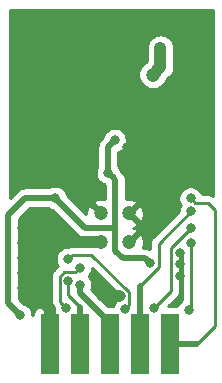
<source format=gbr>
G04 #@! TF.GenerationSoftware,KiCad,Pcbnew,5.1.0-rc1-unknown-9a8afdf~76~ubuntu18.04.1*
G04 #@! TF.CreationDate,2019-02-21T15:29:12+02:00
G04 #@! TF.ProjectId,MOD-LoRa_RevB,4d4f442d-4c6f-4526-915f-526576422e6b,rev?*
G04 #@! TF.SameCoordinates,Original*
G04 #@! TF.FileFunction,Copper,L2,Bot*
G04 #@! TF.FilePolarity,Positive*
%FSLAX46Y46*%
G04 Gerber Fmt 4.6, Leading zero omitted, Abs format (unit mm)*
G04 Created by KiCad (PCBNEW 5.1.0-rc1-unknown-9a8afdf~76~ubuntu18.04.1) date 2019-02-21 15:29:12*
%MOMM*%
%LPD*%
G04 APERTURE LIST*
%ADD10C,1.200000*%
%ADD11O,2.500000X1.000000*%
%ADD12C,0.600000*%
%ADD13R,1.524000X5.080000*%
%ADD14C,0.800000*%
%ADD15C,1.016000*%
%ADD16C,0.508000*%
%ADD17C,0.250000*%
%ADD18C,0.355600*%
%ADD19C,0.254000*%
G04 APERTURE END LIST*
D10*
X129248000Y-109779141D03*
X129248000Y-107379141D03*
X126848000Y-109779141D03*
X126848000Y-107379141D03*
D11*
X127659999Y-114409141D03*
X127659999Y-94409141D03*
D12*
X131250000Y-95620000D03*
D10*
X131250000Y-95620000D03*
D13*
X122522605Y-118420000D03*
X125062605Y-118420000D03*
X127602605Y-118420000D03*
X130142605Y-118420000D03*
X132682605Y-118420000D03*
D14*
X123368848Y-109727717D03*
X132619141Y-99182000D03*
X132619141Y-100182000D03*
X132619141Y-101182000D03*
X127348000Y-96189141D03*
X126348000Y-96189141D03*
X125348000Y-96189141D03*
X124348000Y-96189141D03*
X123348000Y-96189141D03*
X122348000Y-96189141D03*
X121348000Y-96189141D03*
X125007200Y-99683540D03*
X126007200Y-99683540D03*
X121356400Y-98086341D03*
X122356400Y-98086342D03*
X127007200Y-99683541D03*
X123356400Y-98086341D03*
X123304401Y-103393141D03*
X122304400Y-103393141D03*
X121304400Y-103393140D03*
X133502000Y-112695141D03*
X133502000Y-111695141D03*
X133502000Y-110695141D03*
X129020000Y-101750000D03*
X132480000Y-105640000D03*
X133370000Y-104750000D03*
X134580000Y-104750000D03*
X133600000Y-96200000D03*
X120140000Y-108650000D03*
X120140000Y-109920000D03*
X120140000Y-111190000D03*
X120140000Y-112460000D03*
X120140000Y-113730000D03*
X131012800Y-111584641D03*
X122961000Y-106060141D03*
X120000000Y-116000000D03*
X127440000Y-103930002D03*
X128010000Y-101180000D03*
X131880000Y-93370000D03*
X134441800Y-106110941D03*
X134479900Y-107203141D03*
X124041288Y-111255229D03*
X128905000Y-115443000D03*
X134479900Y-109870142D03*
X134302502Y-115570000D03*
X134454500Y-108587441D03*
X131318000Y-115409141D03*
X125069200Y-111957350D03*
X123888500Y-115409141D03*
X125069201Y-113409141D03*
X124077212Y-113084140D03*
D15*
X123420272Y-109779141D02*
X123368848Y-109727717D01*
X126848000Y-109779141D02*
X123420272Y-109779141D01*
X121539000Y-114490500D02*
X122522605Y-115474105D01*
X122522605Y-115474105D02*
X122522605Y-118420000D01*
D16*
X125500999Y-108600141D02*
X122961000Y-106060141D01*
X131012800Y-111584641D02*
X130612801Y-111184642D01*
X128720501Y-111184642D02*
X128066400Y-110530540D01*
X130612801Y-111184642D02*
X128720501Y-111184642D01*
X125500999Y-108600141D02*
X128041001Y-108600141D01*
X128066400Y-110530540D02*
X128066401Y-108574741D01*
X128041001Y-108600141D02*
X128066401Y-108574741D01*
X122961000Y-106060141D02*
X120439859Y-106060141D01*
X120439859Y-106060141D02*
X119000000Y-107500000D01*
X119000000Y-107500000D02*
X119000000Y-115000000D01*
X119000000Y-115000000D02*
X120000000Y-116000000D01*
X128066401Y-104556403D02*
X127839999Y-104330001D01*
X128066401Y-108574741D02*
X128066401Y-104556403D01*
X127839999Y-104330001D02*
X127440000Y-103930002D01*
X127440000Y-103930002D02*
X127440000Y-101750000D01*
X127440000Y-101750000D02*
X128010000Y-101180000D01*
D15*
X131880000Y-95000000D02*
X131880000Y-93370000D01*
D16*
X131250000Y-95620000D02*
X131260000Y-95620000D01*
D15*
X131260000Y-95620000D02*
X131880000Y-95000000D01*
D17*
X134841799Y-106510940D02*
X135911440Y-106510940D01*
X134441800Y-106110941D02*
X134841799Y-106510940D01*
X135911440Y-106510940D02*
X136525000Y-107124500D01*
X136525000Y-107124500D02*
X136525000Y-116903500D01*
X136525000Y-116903500D02*
X135008500Y-118420000D01*
D16*
X133952605Y-118420000D02*
X135008500Y-118420000D01*
X132682605Y-118420000D02*
X133952605Y-118420000D01*
D18*
X134479900Y-107203141D02*
X134518000Y-107203141D01*
D17*
X131737801Y-111932642D02*
X130142605Y-113527838D01*
X134479900Y-107203141D02*
X131737801Y-109945240D01*
X131737801Y-109945240D02*
X131737801Y-111932642D01*
D16*
X130142605Y-113527838D02*
X130142605Y-118420000D01*
D17*
X129235009Y-115112991D02*
X128905000Y-115443000D01*
X129235009Y-114067411D02*
X129235009Y-115112991D01*
X126022828Y-110855230D02*
X129235009Y-114067411D01*
X124041288Y-111255229D02*
X124441287Y-110855230D01*
X124441287Y-110855230D02*
X126022828Y-110855230D01*
X134479900Y-115392602D02*
X134302502Y-115570000D01*
X134479900Y-109870142D02*
X134479900Y-115392602D01*
X132776999Y-113950142D02*
X131318000Y-115409141D01*
X134454500Y-108587441D02*
X132776999Y-110264942D01*
X132776999Y-110264942D02*
X132776999Y-113950142D01*
X123352211Y-114872852D02*
X123888500Y-115409141D01*
X123352211Y-112736139D02*
X123352211Y-114872852D01*
X123729211Y-112359139D02*
X123352211Y-112736139D01*
X125069200Y-111957350D02*
X124667411Y-112359139D01*
X124667411Y-112359139D02*
X123729211Y-112359139D01*
X127602605Y-116490105D02*
X127602605Y-118420000D01*
D16*
X127602605Y-116642000D02*
X127602605Y-118420000D01*
X125069201Y-113409141D02*
X125069201Y-114108596D01*
X125069201Y-114108596D02*
X127602605Y-116642000D01*
D17*
X124077212Y-113084140D02*
X124077212Y-114298212D01*
X124077212Y-114298212D02*
X125062605Y-115283605D01*
D16*
X125062605Y-115283605D02*
X125062605Y-118420000D01*
D19*
G36*
X122470744Y-106977346D02*
G01*
X122659102Y-107055367D01*
X122708895Y-107065271D01*
X124841504Y-109197882D01*
X124869340Y-109231800D01*
X125004708Y-109342894D01*
X125159148Y-109425444D01*
X125226472Y-109445866D01*
X125326724Y-109476277D01*
X125343324Y-109477912D01*
X125457332Y-109489141D01*
X125457339Y-109489141D01*
X125500999Y-109493441D01*
X125544659Y-109489141D01*
X125647510Y-109489141D01*
X125618000Y-109614454D01*
X125609505Y-109857579D01*
X125648204Y-110095230D01*
X124478609Y-110095230D01*
X124441286Y-110091554D01*
X124403964Y-110095230D01*
X124403954Y-110095230D01*
X124292301Y-110106227D01*
X124149040Y-110149684D01*
X124017062Y-110220229D01*
X123939349Y-110220229D01*
X123739390Y-110260003D01*
X123551032Y-110338024D01*
X123381514Y-110451292D01*
X123237351Y-110595455D01*
X123124083Y-110764973D01*
X123046062Y-110953331D01*
X123006288Y-111153290D01*
X123006288Y-111357168D01*
X123046062Y-111557127D01*
X123124083Y-111745485D01*
X123180438Y-111829827D01*
X123165407Y-111848142D01*
X122841214Y-112172335D01*
X122812210Y-112196138D01*
X122757082Y-112263313D01*
X122717237Y-112311863D01*
X122646798Y-112443645D01*
X122646665Y-112443893D01*
X122603208Y-112587154D01*
X122592211Y-112698807D01*
X122592211Y-112698817D01*
X122588535Y-112736139D01*
X122592211Y-112773462D01*
X122592212Y-114835520D01*
X122588535Y-114872852D01*
X122592212Y-114910185D01*
X122599568Y-114984865D01*
X122603209Y-115021837D01*
X122646665Y-115165098D01*
X122717237Y-115297128D01*
X122734812Y-115318543D01*
X122649605Y-115403750D01*
X122649605Y-116007470D01*
X122395605Y-116006346D01*
X122395605Y-115403750D01*
X122236855Y-115245000D01*
X121698063Y-115245000D01*
X121575382Y-115269403D01*
X121459820Y-115317270D01*
X121355816Y-115386763D01*
X121267368Y-115475211D01*
X121197875Y-115579215D01*
X121150008Y-115694777D01*
X121125605Y-115817458D01*
X121125605Y-116000727D01*
X121035000Y-116000326D01*
X121035000Y-115898061D01*
X120995226Y-115698102D01*
X120917205Y-115509744D01*
X120803937Y-115340226D01*
X120659774Y-115196063D01*
X120490256Y-115082795D01*
X120301898Y-115004774D01*
X120252105Y-114994870D01*
X119889000Y-114631765D01*
X119889000Y-107868235D01*
X120808095Y-106949141D01*
X122428532Y-106949141D01*
X122470744Y-106977346D01*
X122470744Y-106977346D01*
G37*
X122470744Y-106977346D02*
X122659102Y-107055367D01*
X122708895Y-107065271D01*
X124841504Y-109197882D01*
X124869340Y-109231800D01*
X125004708Y-109342894D01*
X125159148Y-109425444D01*
X125226472Y-109445866D01*
X125326724Y-109476277D01*
X125343324Y-109477912D01*
X125457332Y-109489141D01*
X125457339Y-109489141D01*
X125500999Y-109493441D01*
X125544659Y-109489141D01*
X125647510Y-109489141D01*
X125618000Y-109614454D01*
X125609505Y-109857579D01*
X125648204Y-110095230D01*
X124478609Y-110095230D01*
X124441286Y-110091554D01*
X124403964Y-110095230D01*
X124403954Y-110095230D01*
X124292301Y-110106227D01*
X124149040Y-110149684D01*
X124017062Y-110220229D01*
X123939349Y-110220229D01*
X123739390Y-110260003D01*
X123551032Y-110338024D01*
X123381514Y-110451292D01*
X123237351Y-110595455D01*
X123124083Y-110764973D01*
X123046062Y-110953331D01*
X123006288Y-111153290D01*
X123006288Y-111357168D01*
X123046062Y-111557127D01*
X123124083Y-111745485D01*
X123180438Y-111829827D01*
X123165407Y-111848142D01*
X122841214Y-112172335D01*
X122812210Y-112196138D01*
X122757082Y-112263313D01*
X122717237Y-112311863D01*
X122646798Y-112443645D01*
X122646665Y-112443893D01*
X122603208Y-112587154D01*
X122592211Y-112698807D01*
X122592211Y-112698817D01*
X122588535Y-112736139D01*
X122592211Y-112773462D01*
X122592212Y-114835520D01*
X122588535Y-114872852D01*
X122592212Y-114910185D01*
X122599568Y-114984865D01*
X122603209Y-115021837D01*
X122646665Y-115165098D01*
X122717237Y-115297128D01*
X122734812Y-115318543D01*
X122649605Y-115403750D01*
X122649605Y-116007470D01*
X122395605Y-116006346D01*
X122395605Y-115403750D01*
X122236855Y-115245000D01*
X121698063Y-115245000D01*
X121575382Y-115269403D01*
X121459820Y-115317270D01*
X121355816Y-115386763D01*
X121267368Y-115475211D01*
X121197875Y-115579215D01*
X121150008Y-115694777D01*
X121125605Y-115817458D01*
X121125605Y-116000727D01*
X121035000Y-116000326D01*
X121035000Y-115898061D01*
X120995226Y-115698102D01*
X120917205Y-115509744D01*
X120803937Y-115340226D01*
X120659774Y-115196063D01*
X120490256Y-115082795D01*
X120301898Y-115004774D01*
X120252105Y-114994870D01*
X119889000Y-114631765D01*
X119889000Y-107868235D01*
X120808095Y-106949141D01*
X122428532Y-106949141D01*
X122470744Y-106977346D01*
G36*
X128475009Y-114382213D02*
G01*
X128475009Y-114500832D01*
X128414744Y-114525795D01*
X128245226Y-114639063D01*
X128101063Y-114783226D01*
X127987795Y-114952744D01*
X127909774Y-115141102D01*
X127889719Y-115241928D01*
X127459768Y-115241928D01*
X126024726Y-113806886D01*
X126064427Y-113711039D01*
X126104201Y-113511080D01*
X126104201Y-113307202D01*
X126064427Y-113107243D01*
X125986406Y-112918885D01*
X125873138Y-112749367D01*
X125807016Y-112683245D01*
X125873137Y-112617124D01*
X125986405Y-112447606D01*
X126064426Y-112259248D01*
X126104200Y-112059289D01*
X126104200Y-112011403D01*
X128475009Y-114382213D01*
X128475009Y-114382213D01*
G37*
X128475009Y-114382213D02*
X128475009Y-114500832D01*
X128414744Y-114525795D01*
X128245226Y-114639063D01*
X128101063Y-114783226D01*
X127987795Y-114952744D01*
X127909774Y-115141102D01*
X127889719Y-115241928D01*
X127459768Y-115241928D01*
X126024726Y-113806886D01*
X126064427Y-113711039D01*
X126104201Y-113511080D01*
X126104201Y-113307202D01*
X126064427Y-113107243D01*
X125986406Y-112918885D01*
X125873138Y-112749367D01*
X125807016Y-112683245D01*
X125873137Y-112617124D01*
X125986405Y-112447606D01*
X126064426Y-112259248D01*
X126104200Y-112059289D01*
X126104200Y-112011403D01*
X128475009Y-114382213D01*
G36*
X133675963Y-110529916D02*
G01*
X133719900Y-110573853D01*
X133719901Y-114714498D01*
X133642728Y-114766063D01*
X133498565Y-114910226D01*
X133385297Y-115079744D01*
X133318118Y-115241928D01*
X132560014Y-115241928D01*
X133288002Y-114513941D01*
X133317000Y-114490143D01*
X133411973Y-114374418D01*
X133482545Y-114242389D01*
X133526002Y-114099128D01*
X133536999Y-113987475D01*
X133536999Y-113987466D01*
X133540675Y-113950143D01*
X133536999Y-113912820D01*
X133536999Y-110579743D01*
X133640260Y-110476482D01*
X133675963Y-110529916D01*
X133675963Y-110529916D01*
G37*
X133675963Y-110529916D02*
X133719900Y-110573853D01*
X133719901Y-114714498D01*
X133642728Y-114766063D01*
X133498565Y-114910226D01*
X133385297Y-115079744D01*
X133318118Y-115241928D01*
X132560014Y-115241928D01*
X133288002Y-114513941D01*
X133317000Y-114490143D01*
X133411973Y-114374418D01*
X133482545Y-114242389D01*
X133526002Y-114099128D01*
X133536999Y-113987475D01*
X133536999Y-113987466D01*
X133540675Y-113950143D01*
X133536999Y-113912820D01*
X133536999Y-110579743D01*
X133640260Y-110476482D01*
X133675963Y-110529916D01*
G36*
X136340000Y-105879482D02*
G01*
X136335716Y-105875966D01*
X136203687Y-105805394D01*
X136060426Y-105761937D01*
X135948773Y-105750940D01*
X135948762Y-105750940D01*
X135911440Y-105747264D01*
X135874118Y-105750940D01*
X135412959Y-105750940D01*
X135359005Y-105620685D01*
X135245737Y-105451167D01*
X135101574Y-105307004D01*
X134932056Y-105193736D01*
X134743698Y-105115715D01*
X134543739Y-105075941D01*
X134339861Y-105075941D01*
X134139902Y-105115715D01*
X133951544Y-105193736D01*
X133782026Y-105307004D01*
X133637863Y-105451167D01*
X133524595Y-105620685D01*
X133446574Y-105809043D01*
X133406800Y-106009002D01*
X133406800Y-106212880D01*
X133446574Y-106412839D01*
X133524595Y-106601197D01*
X133580959Y-106685551D01*
X133562695Y-106712885D01*
X133484674Y-106901243D01*
X133444900Y-107101202D01*
X133444900Y-107163339D01*
X131226804Y-109381436D01*
X131197800Y-109405239D01*
X131146259Y-109468042D01*
X131102827Y-109520964D01*
X131082285Y-109559396D01*
X131032255Y-109652994D01*
X130988798Y-109796255D01*
X130977801Y-109907908D01*
X130977801Y-109907918D01*
X130974125Y-109945240D01*
X130977801Y-109982563D01*
X130977801Y-110371713D01*
X130954652Y-110359339D01*
X130787075Y-110308506D01*
X130656468Y-110295642D01*
X130656461Y-110295642D01*
X130612801Y-110291342D01*
X130569141Y-110295642D01*
X130369818Y-110295642D01*
X130422237Y-110180625D01*
X130478000Y-109943828D01*
X130486495Y-109700703D01*
X130447395Y-109460592D01*
X130362202Y-109232723D01*
X130321348Y-109156289D01*
X130097764Y-109108982D01*
X129427605Y-109779141D01*
X129441748Y-109793284D01*
X129262143Y-109972889D01*
X129248000Y-109958746D01*
X129233858Y-109972889D01*
X129054253Y-109793284D01*
X129068395Y-109779141D01*
X129054253Y-109764999D01*
X129233858Y-109585394D01*
X129248000Y-109599536D01*
X129918159Y-108929377D01*
X129870852Y-108705793D01*
X129649484Y-108604904D01*
X129549383Y-108581331D01*
X129566549Y-108578536D01*
X129794418Y-108493343D01*
X129870852Y-108452489D01*
X129918159Y-108228905D01*
X129248000Y-107558746D01*
X129233858Y-107572889D01*
X129054253Y-107393284D01*
X129068395Y-107379141D01*
X129427605Y-107379141D01*
X130097764Y-108049300D01*
X130321348Y-108001993D01*
X130422237Y-107780625D01*
X130478000Y-107543828D01*
X130486495Y-107300703D01*
X130447395Y-107060592D01*
X130362202Y-106832723D01*
X130321348Y-106756289D01*
X130097764Y-106708982D01*
X129427605Y-107379141D01*
X129068395Y-107379141D01*
X129054253Y-107364999D01*
X129233858Y-107185394D01*
X129248000Y-107199536D01*
X129918159Y-106529377D01*
X129870852Y-106305793D01*
X129649484Y-106204904D01*
X129412687Y-106149141D01*
X129169562Y-106140646D01*
X128955401Y-106175520D01*
X128955401Y-104600063D01*
X128959701Y-104556403D01*
X128955401Y-104512743D01*
X128955401Y-104512736D01*
X128942537Y-104382129D01*
X128891704Y-104214552D01*
X128809154Y-104060112D01*
X128698060Y-103924744D01*
X128664137Y-103896904D01*
X128445130Y-103677897D01*
X128435226Y-103628104D01*
X128357205Y-103439746D01*
X128329000Y-103397534D01*
X128329000Y-102168142D01*
X128500256Y-102097205D01*
X128669774Y-101983937D01*
X128813937Y-101839774D01*
X128927205Y-101670256D01*
X129005226Y-101481898D01*
X129045000Y-101281939D01*
X129045000Y-101078061D01*
X129005226Y-100878102D01*
X128927205Y-100689744D01*
X128813937Y-100520226D01*
X128669774Y-100376063D01*
X128500256Y-100262795D01*
X128311898Y-100184774D01*
X128111939Y-100145000D01*
X127908061Y-100145000D01*
X127708102Y-100184774D01*
X127519744Y-100262795D01*
X127350226Y-100376063D01*
X127206063Y-100520226D01*
X127092795Y-100689744D01*
X127014774Y-100878102D01*
X127004870Y-100927895D01*
X126842259Y-101090506D01*
X126808342Y-101118341D01*
X126780507Y-101152258D01*
X126780505Y-101152260D01*
X126697248Y-101253709D01*
X126614698Y-101408148D01*
X126563864Y-101575726D01*
X126546700Y-101750000D01*
X126551001Y-101793670D01*
X126551000Y-103397534D01*
X126522795Y-103439746D01*
X126444774Y-103628104D01*
X126405000Y-103828063D01*
X126405000Y-104031941D01*
X126444774Y-104231900D01*
X126522795Y-104420258D01*
X126636063Y-104589776D01*
X126780226Y-104733939D01*
X126949744Y-104847207D01*
X127138102Y-104925228D01*
X127177402Y-104933045D01*
X127177402Y-106187929D01*
X127012687Y-106149141D01*
X126769562Y-106140646D01*
X126529451Y-106179746D01*
X126301582Y-106264939D01*
X126225148Y-106305793D01*
X126177841Y-106529377D01*
X126848000Y-107199536D01*
X126862143Y-107185394D01*
X127041748Y-107364999D01*
X127027605Y-107379141D01*
X127041748Y-107393284D01*
X126862143Y-107572889D01*
X126848000Y-107558746D01*
X126833858Y-107572889D01*
X126654253Y-107393284D01*
X126668395Y-107379141D01*
X125998236Y-106708982D01*
X125774652Y-106756289D01*
X125673763Y-106977657D01*
X125618000Y-107214454D01*
X125609713Y-107451619D01*
X123966130Y-105808036D01*
X123956226Y-105758243D01*
X123878205Y-105569885D01*
X123764937Y-105400367D01*
X123620774Y-105256204D01*
X123451256Y-105142936D01*
X123262898Y-105064915D01*
X123062939Y-105025141D01*
X122859061Y-105025141D01*
X122659102Y-105064915D01*
X122470744Y-105142936D01*
X122428532Y-105171141D01*
X120483518Y-105171141D01*
X120439858Y-105166841D01*
X120396198Y-105171141D01*
X120396192Y-105171141D01*
X120298783Y-105180735D01*
X120265583Y-105184005D01*
X120192624Y-105206137D01*
X120098008Y-105234838D01*
X119943568Y-105317388D01*
X119808200Y-105428482D01*
X119780365Y-105462400D01*
X119160000Y-106082764D01*
X119160000Y-95498363D01*
X130015000Y-95498363D01*
X130015000Y-95741637D01*
X130062460Y-95980236D01*
X130155557Y-96204992D01*
X130290713Y-96407267D01*
X130462733Y-96579287D01*
X130665008Y-96714443D01*
X130889764Y-96807540D01*
X131128363Y-96855000D01*
X131371637Y-96855000D01*
X131610236Y-96807540D01*
X131834992Y-96714443D01*
X132037267Y-96579287D01*
X132209287Y-96407267D01*
X132344443Y-96204992D01*
X132381913Y-96114532D01*
X132648519Y-95847926D01*
X132692133Y-95812133D01*
X132834968Y-95638089D01*
X132941103Y-95439523D01*
X132990055Y-95278149D01*
X133006461Y-95224068D01*
X133011086Y-95177111D01*
X133023000Y-95056146D01*
X133023000Y-95056140D01*
X133028529Y-95000001D01*
X133023000Y-94943862D01*
X133023000Y-93313854D01*
X133006461Y-93145933D01*
X132941103Y-92930477D01*
X132834968Y-92731911D01*
X132692133Y-92557867D01*
X132518089Y-92415032D01*
X132319523Y-92308897D01*
X132104067Y-92243539D01*
X131880000Y-92221470D01*
X131655934Y-92243539D01*
X131440478Y-92308897D01*
X131241912Y-92415032D01*
X131067868Y-92557867D01*
X130925033Y-92731911D01*
X130818898Y-92930477D01*
X130753539Y-93145933D01*
X130737000Y-93313854D01*
X130737000Y-94495737D01*
X130665008Y-94525557D01*
X130462733Y-94660713D01*
X130290713Y-94832733D01*
X130155557Y-95035008D01*
X130062460Y-95259764D01*
X130015000Y-95498363D01*
X119160000Y-95498363D01*
X119160000Y-90160000D01*
X136340001Y-90160000D01*
X136340000Y-105879482D01*
X136340000Y-105879482D01*
G37*
X136340000Y-105879482D02*
X136335716Y-105875966D01*
X136203687Y-105805394D01*
X136060426Y-105761937D01*
X135948773Y-105750940D01*
X135948762Y-105750940D01*
X135911440Y-105747264D01*
X135874118Y-105750940D01*
X135412959Y-105750940D01*
X135359005Y-105620685D01*
X135245737Y-105451167D01*
X135101574Y-105307004D01*
X134932056Y-105193736D01*
X134743698Y-105115715D01*
X134543739Y-105075941D01*
X134339861Y-105075941D01*
X134139902Y-105115715D01*
X133951544Y-105193736D01*
X133782026Y-105307004D01*
X133637863Y-105451167D01*
X133524595Y-105620685D01*
X133446574Y-105809043D01*
X133406800Y-106009002D01*
X133406800Y-106212880D01*
X133446574Y-106412839D01*
X133524595Y-106601197D01*
X133580959Y-106685551D01*
X133562695Y-106712885D01*
X133484674Y-106901243D01*
X133444900Y-107101202D01*
X133444900Y-107163339D01*
X131226804Y-109381436D01*
X131197800Y-109405239D01*
X131146259Y-109468042D01*
X131102827Y-109520964D01*
X131082285Y-109559396D01*
X131032255Y-109652994D01*
X130988798Y-109796255D01*
X130977801Y-109907908D01*
X130977801Y-109907918D01*
X130974125Y-109945240D01*
X130977801Y-109982563D01*
X130977801Y-110371713D01*
X130954652Y-110359339D01*
X130787075Y-110308506D01*
X130656468Y-110295642D01*
X130656461Y-110295642D01*
X130612801Y-110291342D01*
X130569141Y-110295642D01*
X130369818Y-110295642D01*
X130422237Y-110180625D01*
X130478000Y-109943828D01*
X130486495Y-109700703D01*
X130447395Y-109460592D01*
X130362202Y-109232723D01*
X130321348Y-109156289D01*
X130097764Y-109108982D01*
X129427605Y-109779141D01*
X129441748Y-109793284D01*
X129262143Y-109972889D01*
X129248000Y-109958746D01*
X129233858Y-109972889D01*
X129054253Y-109793284D01*
X129068395Y-109779141D01*
X129054253Y-109764999D01*
X129233858Y-109585394D01*
X129248000Y-109599536D01*
X129918159Y-108929377D01*
X129870852Y-108705793D01*
X129649484Y-108604904D01*
X129549383Y-108581331D01*
X129566549Y-108578536D01*
X129794418Y-108493343D01*
X129870852Y-108452489D01*
X129918159Y-108228905D01*
X129248000Y-107558746D01*
X129233858Y-107572889D01*
X129054253Y-107393284D01*
X129068395Y-107379141D01*
X129427605Y-107379141D01*
X130097764Y-108049300D01*
X130321348Y-108001993D01*
X130422237Y-107780625D01*
X130478000Y-107543828D01*
X130486495Y-107300703D01*
X130447395Y-107060592D01*
X130362202Y-106832723D01*
X130321348Y-106756289D01*
X130097764Y-106708982D01*
X129427605Y-107379141D01*
X129068395Y-107379141D01*
X129054253Y-107364999D01*
X129233858Y-107185394D01*
X129248000Y-107199536D01*
X129918159Y-106529377D01*
X129870852Y-106305793D01*
X129649484Y-106204904D01*
X129412687Y-106149141D01*
X129169562Y-106140646D01*
X128955401Y-106175520D01*
X128955401Y-104600063D01*
X128959701Y-104556403D01*
X128955401Y-104512743D01*
X128955401Y-104512736D01*
X128942537Y-104382129D01*
X128891704Y-104214552D01*
X128809154Y-104060112D01*
X128698060Y-103924744D01*
X128664137Y-103896904D01*
X128445130Y-103677897D01*
X128435226Y-103628104D01*
X128357205Y-103439746D01*
X128329000Y-103397534D01*
X128329000Y-102168142D01*
X128500256Y-102097205D01*
X128669774Y-101983937D01*
X128813937Y-101839774D01*
X128927205Y-101670256D01*
X129005226Y-101481898D01*
X129045000Y-101281939D01*
X129045000Y-101078061D01*
X129005226Y-100878102D01*
X128927205Y-100689744D01*
X128813937Y-100520226D01*
X128669774Y-100376063D01*
X128500256Y-100262795D01*
X128311898Y-100184774D01*
X128111939Y-100145000D01*
X127908061Y-100145000D01*
X127708102Y-100184774D01*
X127519744Y-100262795D01*
X127350226Y-100376063D01*
X127206063Y-100520226D01*
X127092795Y-100689744D01*
X127014774Y-100878102D01*
X127004870Y-100927895D01*
X126842259Y-101090506D01*
X126808342Y-101118341D01*
X126780507Y-101152258D01*
X126780505Y-101152260D01*
X126697248Y-101253709D01*
X126614698Y-101408148D01*
X126563864Y-101575726D01*
X126546700Y-101750000D01*
X126551001Y-101793670D01*
X126551000Y-103397534D01*
X126522795Y-103439746D01*
X126444774Y-103628104D01*
X126405000Y-103828063D01*
X126405000Y-104031941D01*
X126444774Y-104231900D01*
X126522795Y-104420258D01*
X126636063Y-104589776D01*
X126780226Y-104733939D01*
X126949744Y-104847207D01*
X127138102Y-104925228D01*
X127177402Y-104933045D01*
X127177402Y-106187929D01*
X127012687Y-106149141D01*
X126769562Y-106140646D01*
X126529451Y-106179746D01*
X126301582Y-106264939D01*
X126225148Y-106305793D01*
X126177841Y-106529377D01*
X126848000Y-107199536D01*
X126862143Y-107185394D01*
X127041748Y-107364999D01*
X127027605Y-107379141D01*
X127041748Y-107393284D01*
X126862143Y-107572889D01*
X126848000Y-107558746D01*
X126833858Y-107572889D01*
X126654253Y-107393284D01*
X126668395Y-107379141D01*
X125998236Y-106708982D01*
X125774652Y-106756289D01*
X125673763Y-106977657D01*
X125618000Y-107214454D01*
X125609713Y-107451619D01*
X123966130Y-105808036D01*
X123956226Y-105758243D01*
X123878205Y-105569885D01*
X123764937Y-105400367D01*
X123620774Y-105256204D01*
X123451256Y-105142936D01*
X123262898Y-105064915D01*
X123062939Y-105025141D01*
X122859061Y-105025141D01*
X122659102Y-105064915D01*
X122470744Y-105142936D01*
X122428532Y-105171141D01*
X120483518Y-105171141D01*
X120439858Y-105166841D01*
X120396198Y-105171141D01*
X120396192Y-105171141D01*
X120298783Y-105180735D01*
X120265583Y-105184005D01*
X120192624Y-105206137D01*
X120098008Y-105234838D01*
X119943568Y-105317388D01*
X119808200Y-105428482D01*
X119780365Y-105462400D01*
X119160000Y-106082764D01*
X119160000Y-95498363D01*
X130015000Y-95498363D01*
X130015000Y-95741637D01*
X130062460Y-95980236D01*
X130155557Y-96204992D01*
X130290713Y-96407267D01*
X130462733Y-96579287D01*
X130665008Y-96714443D01*
X130889764Y-96807540D01*
X131128363Y-96855000D01*
X131371637Y-96855000D01*
X131610236Y-96807540D01*
X131834992Y-96714443D01*
X132037267Y-96579287D01*
X132209287Y-96407267D01*
X132344443Y-96204992D01*
X132381913Y-96114532D01*
X132648519Y-95847926D01*
X132692133Y-95812133D01*
X132834968Y-95638089D01*
X132941103Y-95439523D01*
X132990055Y-95278149D01*
X133006461Y-95224068D01*
X133011086Y-95177111D01*
X133023000Y-95056146D01*
X133023000Y-95056140D01*
X133028529Y-95000001D01*
X133023000Y-94943862D01*
X133023000Y-93313854D01*
X133006461Y-93145933D01*
X132941103Y-92930477D01*
X132834968Y-92731911D01*
X132692133Y-92557867D01*
X132518089Y-92415032D01*
X132319523Y-92308897D01*
X132104067Y-92243539D01*
X131880000Y-92221470D01*
X131655934Y-92243539D01*
X131440478Y-92308897D01*
X131241912Y-92415032D01*
X131067868Y-92557867D01*
X130925033Y-92731911D01*
X130818898Y-92930477D01*
X130753539Y-93145933D01*
X130737000Y-93313854D01*
X130737000Y-94495737D01*
X130665008Y-94525557D01*
X130462733Y-94660713D01*
X130290713Y-94832733D01*
X130155557Y-95035008D01*
X130062460Y-95259764D01*
X130015000Y-95498363D01*
X119160000Y-95498363D01*
X119160000Y-90160000D01*
X136340001Y-90160000D01*
X136340000Y-105879482D01*
G36*
X127041748Y-109764999D02*
G01*
X127027605Y-109779141D01*
X127041748Y-109793284D01*
X126862143Y-109972889D01*
X126848000Y-109958746D01*
X126833858Y-109972889D01*
X126654253Y-109793284D01*
X126668395Y-109779141D01*
X126654253Y-109764999D01*
X126833858Y-109585394D01*
X126848000Y-109599536D01*
X126862143Y-109585394D01*
X127041748Y-109764999D01*
X127041748Y-109764999D01*
G37*
X127041748Y-109764999D02*
X127027605Y-109779141D01*
X127041748Y-109793284D01*
X126862143Y-109972889D01*
X126848000Y-109958746D01*
X126833858Y-109972889D01*
X126654253Y-109793284D01*
X126668395Y-109779141D01*
X126654253Y-109764999D01*
X126833858Y-109585394D01*
X126848000Y-109599536D01*
X126862143Y-109585394D01*
X127041748Y-109764999D01*
M02*

</source>
